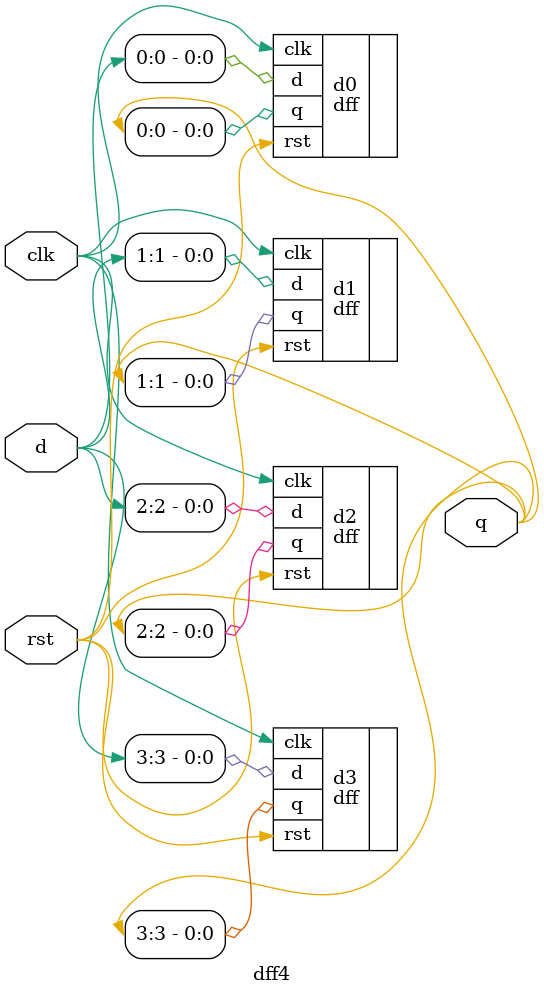
<source format=v>
module dff4(
	input [3:0] d,
	output [3:0] q,
	input clk, rst);
	
	dff d0(.d (d[0]), .q (q[0]), .rst (rst), .clk (clk));
	dff d1(.d (d[1]), .q (q[1]), .rst (rst), .clk (clk));
	dff d2(.d (d[2]), .q (q[2]), .rst (rst), .clk (clk));
	dff d3(.d (d[3]), .q (q[3]), .rst (rst), .clk (clk));

endmodule

</source>
